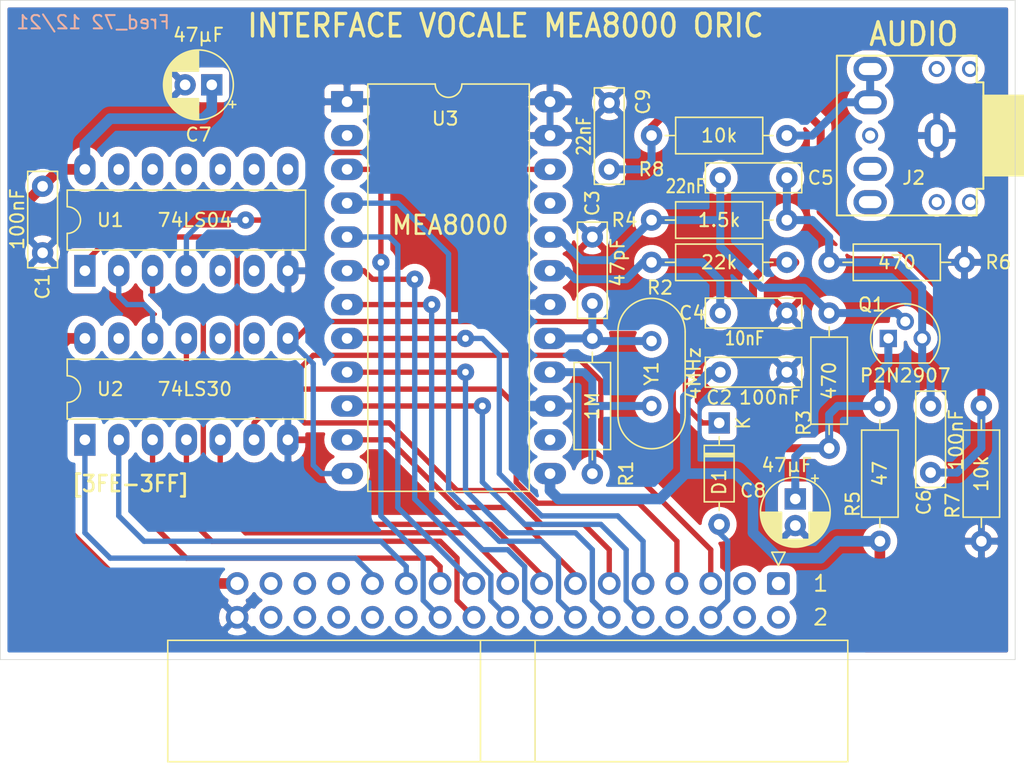
<source format=kicad_pcb>
(kicad_pcb (version 20171130) (host pcbnew "(5.1.10)-1")
  (title_block (title "INTERFACE VOCALE MEA8000 ORIC") (rev 1.0))
  (layers (0 F.Cu signal) (31 B.Cu signal) (34 B.Paste user) (35 F.Paste user) (36 B.SilkS user) (37 F.SilkS user) (38 B.Mask user) (39 F.Mask user) (44 Edge.Cuts user))
  (net 0 "")
  (net 1 GND)
  (net 2 VCC)
  (net 3 /~RESET)
  (net 4 /D0)
  (net 5 /D1)
  (net 6 /D2)
  (net 7 /D3)
  (net 8 /D4)
  (net 9 /D5)
  (net 10 /D6)
  (net 11 /D7)
  (net 12 /A0)
  (net 13 /A1)
  (net 14 /A2)
  (net 15 /A3)
  (net 16 /A4)
  (net 17 /A5)
  (net 18 /A6)
  (net 19 /A7)
  (net 20 /A8)
  (net 21 /A9)
  (net 22 /A10)
  (net 23 /A11)
  (net 24 /A12)
  (net 25 /A13)
  (net 26 /A14)
  (net 27 /A15)
  (net 28 "Net-(C3-Pad2)")
  (net 29 "Net-(U1-Pad2)")
  (net 30 "Net-(J2-PadRN)")
  (net 31 "Net-(J2-PadR)")
  (net 32 "Net-(J2-PadT)")
  (net 33 "Net-(C4-Pad2)")
  (net 34 "Net-(C5-Pad2)")
  (net 35 "Net-(C5-Pad1)")
  (net 36 "Net-(C6-Pad2)")
  (net 37 "Net-(C8-Pad1)")
  (net 38 /~IOCTRL)
  (net 39 "Net-(D1-Pad1)")
  (net 40 /~IRQ)
  (net 41 /~ROMDIS)
  (net 42 /R_~W)
  (net 43 /~IO)
  (net 44 /PHI2)
  (net 45 /~MAP)
  (net 46 "Net-(R1-Pad1)")
  (net 47 "Net-(U1-Pad4)")
  (net 48 "Net-(U3-Pad21)")
  (net 49 "Net-(U3-Pad14)")
  (net 50 "Net-(U3-Pad2)")
  (module Package_DIP:DIP-24_W15.24mm_LongPads (layer F.Cu) (at 140.335 59.69)
    (fp_text reference U3 (at 7.366 1.27) (layer F.SilkS))
    (fp_text value MEA8000 (at 7.747 9.271) (layer F.SilkS) (effects (font (size 1.4 1.3) (thickness 0.2))))
    (pad 24 thru_hole oval (at 15.24 0) (size 2.4 1.6) (drill 0.8) (layers *.Cu *.Mask) (net 1 GND))
    (pad 12 thru_hole oval (at 0 27.94) (size 2.4 1.6) (drill 0.8) (layers *.Cu *.Mask) (net 39 "Net-(D1-Pad1)"))
    (pad 23 thru_hole oval (at 15.24 2.54) (size 2.4 1.6) (drill 0.8) (layers *.Cu *.Mask) (net 1 GND))
    (pad 11 thru_hole oval (at 0 25.4) (size 2.4 1.6) (drill 0.8) (layers *.Cu *.Mask) (net 12 /A0))
    (pad 22 thru_hole oval (at 15.24 5.08) (size 2.4 1.6) (drill 0.8) (layers *.Cu *.Mask) (net 47 "Net-(U1-Pad4)"))
    (pad 10 thru_hole oval (at 0 22.86) (size 2.4 1.6) (drill 0.8) (layers *.Cu *.Mask) (net 4 /D0))
    (pad 21 thru_hole oval (at 15.24 7.62) (size 2.4 1.6) (drill 0.8) (layers *.Cu *.Mask) (net 48 "Net-(U3-Pad21)"))
    (pad 9 thru_hole oval (at 0 20.32) (size 2.4 1.6) (drill 0.8) (layers *.Cu *.Mask) (net 5 /D1))
    (pad 20 thru_hole oval (at 15.24 10.16) (size 2.4 1.6) (drill 0.8) (layers *.Cu *.Mask) (net 34 "Net-(C5-Pad2)"))
    (pad 8 thru_hole oval (at 0 17.78) (size 2.4 1.6) (drill 0.8) (layers *.Cu *.Mask) (net 6 /D2))
    (pad 19 thru_hole oval (at 15.24 12.7) (size 2.4 1.6) (drill 0.8) (layers *.Cu *.Mask) (net 33 "Net-(C4-Pad2)"))
    (pad 7 thru_hole oval (at 0 15.24) (size 2.4 1.6) (drill 0.8) (layers *.Cu *.Mask) (net 7 /D3))
    (pad 18 thru_hole oval (at 15.24 15.24) (size 2.4 1.6) (drill 0.8) (layers *.Cu *.Mask) (net 1 GND))
    (pad 6 thru_hole oval (at 0 12.7) (size 2.4 1.6) (drill 0.8) (layers *.Cu *.Mask) (net 8 /D4))
    (pad 17 thru_hole oval (at 15.24 17.78) (size 2.4 1.6) (drill 0.8) (layers *.Cu *.Mask) (net 28 "Net-(C3-Pad2)"))
    (pad 5 thru_hole oval (at 0 10.16) (size 2.4 1.6) (drill 0.8) (layers *.Cu *.Mask) (net 9 /D5))
    (pad 16 thru_hole oval (at 15.24 20.32) (size 2.4 1.6) (drill 0.8) (layers *.Cu *.Mask) (net 46 "Net-(R1-Pad1)"))
    (pad 4 thru_hole oval (at 0 7.62) (size 2.4 1.6) (drill 0.8) (layers *.Cu *.Mask) (net 10 /D6))
    (pad 15 thru_hole oval (at 15.24 22.86) (size 2.4 1.6) (drill 0.8) (layers *.Cu *.Mask) (net 1 GND))
    (pad 3 thru_hole oval (at 0 5.08) (size 2.4 1.6) (drill 0.8) (layers *.Cu *.Mask) (net 11 /D7))
    (pad 14 thru_hole oval (at 15.24 25.4) (size 2.4 1.6) (drill 0.8) (layers *.Cu *.Mask) (net 49 "Net-(U3-Pad14)"))
    (pad 2 thru_hole oval (at 0 2.54) (size 2.4 1.6) (drill 0.8) (layers *.Cu *.Mask) (net 50 "Net-(U3-Pad2)"))
    (pad 13 thru_hole oval (at 15.24 27.94) (size 2.4 1.6) (drill 0.8) (layers *.Cu *.Mask) (net 2 VCC))
    (pad 1 thru_hole rect (at 0 0) (size 2.4 1.6) (drill 0.8) (layers *.Cu *.Mask) (net 1 GND))
  )
  (module Crystal:Crystal_HC49-U_Vertical (layer F.Cu) (at 163.195 82.55 90)
    (fp_text reference Y1 (at 2.44 0 90) (layer F.SilkS))
    (fp_text value 4MHz (at 2.44 3.175 90) (layer F.SilkS))
    (pad 2 thru_hole circle (at 4.88 0 90) (size 1.5 1.5) (drill 0.8) (layers *.Cu *.Mask) (net 28 "Net-(C3-Pad2)"))
    (pad 1 thru_hole circle (at 0 0 90) (size 1.5 1.5) (drill 0.8) (layers *.Cu *.Mask) (net 46 "Net-(R1-Pad1)"))
  )
  (module Package_DIP:DIP-14_W7.62mm_LongPads (layer F.Cu) (at 120.65 72.39 90)
    (fp_text reference U1 (at 3.81 1.905 180) (layer F.SilkS))
    (fp_text value 74LS04 (at 3.81 8.255 180) (layer F.SilkS))
    (pad 14 thru_hole oval (at 7.62 0 90) (size 2.4 1.6) (drill 0.8) (layers *.Cu *.Mask) (net 2 VCC))
    (pad 7 thru_hole oval (at 0 15.24 90) (size 2.4 1.6) (drill 0.8) (layers *.Cu *.Mask) (net 1 GND))
    (pad 13 thru_hole oval (at 7.62 2.54 90) (size 2.4 1.6) (drill 0.8) (layers *.Cu *.Mask))
    (pad 6 thru_hole oval (at 0 12.7 90) (size 2.4 1.6) (drill 0.8) (layers *.Cu *.Mask))
    (pad 12 thru_hole oval (at 7.62 5.08 90) (size 2.4 1.6) (drill 0.8) (layers *.Cu *.Mask))
    (pad 5 thru_hole oval (at 0 10.16 90) (size 2.4 1.6) (drill 0.8) (layers *.Cu *.Mask))
    (pad 11 thru_hole oval (at 7.62 7.62 90) (size 2.4 1.6) (drill 0.8) (layers *.Cu *.Mask))
    (pad 4 thru_hole oval (at 0 7.62 90) (size 2.4 1.6) (drill 0.8) (layers *.Cu *.Mask) (net 47 "Net-(U1-Pad4)"))
    (pad 10 thru_hole oval (at 7.62 10.16 90) (size 2.4 1.6) (drill 0.8) (layers *.Cu *.Mask))
    (pad 3 thru_hole oval (at 0 5.08 90) (size 2.4 1.6) (drill 0.8) (layers *.Cu *.Mask) (net 42 /R_~W))
    (pad 9 thru_hole oval (at 7.62 12.7 90) (size 2.4 1.6) (drill 0.8) (layers *.Cu *.Mask))
    (pad 2 thru_hole oval (at 0 2.54 90) (size 2.4 1.6) (drill 0.8) (layers *.Cu *.Mask) (net 29 "Net-(U1-Pad2)"))
    (pad 8 thru_hole oval (at 7.62 15.24 90) (size 2.4 1.6) (drill 0.8) (layers *.Cu *.Mask))
    (pad 1 thru_hole rect (at 0 0 90) (size 2.4 1.6) (drill 0.8) (layers *.Cu *.Mask) (net 43 /~IO))
  )
  (module Resistor_THT:R_Axial_DIN0207_L6.3mm_D2.5mm_P10.16mm_Horizontal (layer F.Cu) (at 158.75 87.63 90)
    (fp_text reference R1 (at 0 2.54 90) (layer F.SilkS))
    (fp_text value 1M (at 5.08 0 90) (layer F.SilkS))
    (pad 2 thru_hole oval (at 10.16 0 90) (size 1.6 1.6) (drill 0.8) (layers *.Cu *.Mask) (net 28 "Net-(C3-Pad2)"))
    (pad 1 thru_hole circle (at 0 0 90) (size 1.6 1.6) (drill 0.8) (layers *.Cu *.Mask) (net 46 "Net-(R1-Pad1)"))
  )
  (module Connector_IDC:IDC-Header_2x17_P2.54mm_Horizontal (layer F.Cu) (at 172.72 95.885 270)
    (fp_text reference J1 hide)
    (fp_text value SLOT1)
    (pad 34 thru_hole circle (at 2.54 40.64 270) (size 1.7 1.7) (drill 1) (layers *.Cu *.Mask) (net 1 GND))
    (pad 32 thru_hole circle (at 2.54 38.1 270) (size 1.7 1.7) (drill 1) (layers *.Cu *.Mask) (net 23 /A11))
    (pad 30 thru_hole circle (at 2.54 35.56 270) (size 1.7 1.7) (drill 1) (layers *.Cu *.Mask) (net 24 /A12))
    (pad 28 thru_hole circle (at 2.54 33.02 270) (size 1.7 1.7) (drill 1) (layers *.Cu *.Mask) (net 25 /A13))
    (pad 26 thru_hole circle (at 2.54 30.48 270) (size 1.7 1.7) (drill 1) (layers *.Cu *.Mask) (net 26 /A14))
    (pad 24 thru_hole circle (at 2.54 27.94 270) (size 1.7 1.7) (drill 1) (layers *.Cu *.Mask) (net 27 /A15))
    (pad 22 thru_hole circle (at 2.54 25.4 270) (size 1.7 1.7) (drill 1) (layers *.Cu *.Mask) (net 11 /D7))
    (pad 20 thru_hole circle (at 2.54 22.86 270) (size 1.7 1.7) (drill 1) (layers *.Cu *.Mask) (net 16 /A4))
    (pad 18 thru_hole circle (at 2.54 20.32 270) (size 1.7 1.7) (drill 1) (layers *.Cu *.Mask) (net 8 /D4))
    (pad 16 thru_hole circle (at 2.54 17.78 270) (size 1.7 1.7) (drill 1) (layers *.Cu *.Mask) (net 7 /D3))
    (pad 14 thru_hole circle (at 2.54 15.24 270) (size 1.7 1.7) (drill 1) (layers *.Cu *.Mask) (net 10 /D6))
    (pad 12 thru_hole circle (at 2.54 12.7 270) (size 1.7 1.7) (drill 1) (layers *.Cu *.Mask) (net 5 /D1))
    (pad 10 thru_hole circle (at 2.54 10.16 270) (size 1.7 1.7) (drill 1) (layers *.Cu *.Mask) (net 4 /D0))
    (pad 8 thru_hole circle (at 2.54 7.62 270) (size 1.7 1.7) (drill 1) (layers *.Cu *.Mask) (net 40 /~IRQ))
    (pad 6 thru_hole circle (at 2.54 5.08 270) (size 1.7 1.7) (drill 1) (layers *.Cu *.Mask) (net 38 /~IOCTRL))
    (pad 4 thru_hole circle (at 2.54 2.54 270) (size 1.7 1.7) (drill 1) (layers *.Cu *.Mask) (net 3 /~RESET))
    (pad 2 thru_hole circle (at 2.54 0 270) (size 1.7 1.7) (drill 1) (layers *.Cu *.Mask) (net 41 /~ROMDIS))
    (pad 33 thru_hole circle (at 0 40.64 270) (size 1.7 1.7) (drill 1) (layers *.Cu *.Mask) (net 2 VCC))
    (pad 31 thru_hole circle (at 0 38.1 270) (size 1.7 1.7) (drill 1) (layers *.Cu *.Mask) (net 22 /A10))
    (pad 29 thru_hole circle (at 0 35.56 270) (size 1.7 1.7) (drill 1) (layers *.Cu *.Mask) (net 21 /A9))
    (pad 27 thru_hole circle (at 0 33.02 270) (size 1.7 1.7) (drill 1) (layers *.Cu *.Mask) (net 20 /A8))
    (pad 25 thru_hole circle (at 0 30.48 270) (size 1.7 1.7) (drill 1) (layers *.Cu *.Mask) (net 19 /A7))
    (pad 23 thru_hole circle (at 0 27.94 270) (size 1.7 1.7) (drill 1) (layers *.Cu *.Mask) (net 18 /A6))
    (pad 21 thru_hole circle (at 0 25.4 270) (size 1.7 1.7) (drill 1) (layers *.Cu *.Mask) (net 17 /A5))
    (pad 19 thru_hole circle (at 0 22.86 270) (size 1.7 1.7) (drill 1) (layers *.Cu *.Mask) (net 9 /D5))
    (pad 17 thru_hole circle (at 0 20.32 270) (size 1.7 1.7) (drill 1) (layers *.Cu *.Mask) (net 14 /A2))
    (pad 15 thru_hole circle (at 0 17.78 270) (size 1.7 1.7) (drill 1) (layers *.Cu *.Mask) (net 13 /A1))
    (pad 13 thru_hole circle (at 0 15.24 270) (size 1.7 1.7) (drill 1) (layers *.Cu *.Mask) (net 12 /A0))
    (pad 11 thru_hole circle (at 0 12.7 270) (size 1.7 1.7) (drill 1) (layers *.Cu *.Mask) (net 15 /A3))
    (pad 9 thru_hole circle (at 0 10.16 270) (size 1.7 1.7) (drill 1) (layers *.Cu *.Mask) (net 6 /D2))
    (pad 7 thru_hole circle (at 0 7.62 270) (size 1.7 1.7) (drill 1) (layers *.Cu *.Mask) (net 42 /R_~W))
    (pad 5 thru_hole circle (at 0 5.08 270) (size 1.7 1.7) (drill 1) (layers *.Cu *.Mask) (net 43 /~IO))
    (pad 3 thru_hole circle (at 0 2.54 270) (size 1.7 1.7) (drill 1) (layers *.Cu *.Mask) (net 44 /PHI2))
    (pad 1 thru_hole roundrect (at 0 0 270) (size 1.7 1.7) (drill 1) (layers *.Cu *.Mask) (roundrect_rratio 0.1470588235294118) (net 45 /~MAP))
  )
  (module Diode_THT:D_DO-35_SOD27_P7.62mm_Horizontal (layer F.Cu) (at 168.275 83.82 270)
    (fp_text reference D1 (at 4.445 0 90) (layer F.SilkS))
    (fp_text value 1N4148)
    (fp_text user K (at 0 -1.8 90) (layer F.SilkS))
    (pad 2 thru_hole oval (at 7.62 0 270) (size 1.6 1.6) (drill 0.8) (layers *.Cu *.Mask) (net 38 /~IOCTRL))
    (pad 1 thru_hole rect (at 0 0 270) (size 1.6 1.6) (drill 0.8) (layers *.Cu *.Mask) (net 39 "Net-(D1-Pad1)"))
  )
  (module Capacitor_THT:C_Rect_L7.0mm_W2.0mm_P5.00mm (layer F.Cu) (at 158.75 69.85 270)
    (fp_text reference C3 (at -2.54 0 90) (layer F.SilkS))
    (fp_text value 47pF (at 1.905 -1.905 90) (layer F.SilkS))
    (pad 2 thru_hole circle (at 5 0 270) (size 1.6 1.6) (drill 0.8) (layers *.Cu *.Mask) (net 28 "Net-(C3-Pad2)"))
    (pad 1 thru_hole circle (at 0 0 270) (size 1.6 1.6) (drill 0.8) (layers *.Cu *.Mask) (net 1 GND))
  )
  (module Connector_Audio:Jack_3.5mm_PJ-307_Horizontal (layer F.Cu) (at 181.61 62.23 180)
    (fp_text reference J2 (at -1.27 -3.175) (layer F.SilkS))
    (fp_text value AUDIO (at -1.27 7.62 180) (layer F.SilkS) (effects (font (size 1.7 1.5) (thickness 0.25))))
    (pad "" np_thru_hole circle (at -3 -5 180) (size 1.2 1.2) (drill 0.762) (layers *.Cu *.Mask))
    (pad "" np_thru_hole circle (at -3 5 180) (size 1.2 1.2) (drill 0.762) (layers *.Cu *.Mask))
    (pad "" np_thru_hole circle (at -5.5 5 180) (size 1.2 1.2) (drill 0.762) (layers *.Cu *.Mask))
    (pad "" np_thru_hole circle (at -5.5 -5 180) (size 1.2 1.2) (drill 0.762) (layers *.Cu *.Mask))
    (pad "" np_thru_hole circle (at 2 0 180) (size 1.2 1.2) (drill 0.762) (layers *.Cu *.Mask))
    (pad RN thru_hole oval (at 2 -2.5 180) (size 2.5 1.8) (drill oval 1.7 0.9) (layers *.Cu *.Mask) (net 30 "Net-(J2-PadRN)"))
    (pad R thru_hole oval (at 2 -5 180) (size 2.5 1.8) (drill oval 1.7 0.9) (layers *.Cu *.Mask) (net 31 "Net-(J2-PadR)"))
    (pad TN thru_hole oval (at 2 2.5 180) (size 2.5 1.8) (drill oval 1.7 0.9) (layers *.Cu *.Mask) (net 32 "Net-(J2-PadT)"))
    (pad T thru_hole oval (at 2 5 180) (size 2.5 1.8) (drill oval 1.7 0.9) (layers *.Cu *.Mask) (net 32 "Net-(J2-PadT)"))
    (pad S thru_hole oval (at -3 0 270) (size 2.5 1.8) (drill oval 1.7 0.9) (layers *.Cu *.Mask) (net 1 GND))
  )
  (module Capacitor_THT:C_Rect_L7.0mm_W2.0mm_P5.00mm (layer F.Cu) (at 173.355 80.01 180)
    (fp_text reference C2 (at 5.08 -1.905) (layer F.SilkS))
    (fp_text value 100nF (at 1.27 -1.905) (layer F.SilkS))
    (pad 2 thru_hole circle (at 5 0 180) (size 1.6 1.6) (drill 0.8) (layers *.Cu *.Mask) (net 2 VCC))
    (pad 1 thru_hole circle (at 0 0 180) (size 1.6 1.6) (drill 0.8) (layers *.Cu *.Mask) (net 1 GND))
  )
  (module Capacitor_THT:C_Rect_L7.0mm_W2.0mm_P5.00mm (layer F.Cu) (at 117.475 71.04 90)
    (fp_text reference C1 (at -2.54 0 90) (layer F.SilkS))
    (fp_text value 100nF (at 2.54 -1.905 90) (layer F.SilkS))
    (pad 2 thru_hole circle (at 5 0 90) (size 1.6 1.6) (drill 0.8) (layers *.Cu *.Mask) (net 2 VCC))
    (pad 1 thru_hole circle (at 0 0 90) (size 1.6 1.6) (drill 0.8) (layers *.Cu *.Mask) (net 1 GND))
  )
  (module Package_TO_SOT_THT:TO-92 (layer F.Cu) (at 180.975 77.47)
    (fp_text reference Q1 (at -1.27 -2.54) (layer F.SilkS))
    (fp_text value P2N2907 (at 1.27 2.79) (layer F.SilkS))
    (pad 1 thru_hole rect (at 0 0) (size 1.3 1.3) (drill 0.75) (layers *.Cu *.Mask) (net 37 "Net-(C8-Pad1)"))
    (pad 3 thru_hole circle (at 2.54 0) (size 1.3 1.3) (drill 0.75) (layers *.Cu *.Mask) (net 35 "Net-(C5-Pad1)"))
    (pad 2 thru_hole circle (at 1.27 -1.27) (size 1.3 1.3) (drill 0.75) (layers *.Cu *.Mask) (net 34 "Net-(C5-Pad2)"))
  )
  (module Package_DIP:DIP-14_W7.62mm_LongPads (layer F.Cu) (at 120.65 85.09 90)
    (fp_text reference U2 (at 3.81 1.905 180) (layer F.SilkS))
    (fp_text value 74LS30 (at 3.81 8.255 180) (layer F.SilkS))
    (pad 14 thru_hole oval (at 7.62 0 90) (size 2.4 1.6) (drill 0.8) (layers *.Cu *.Mask) (net 2 VCC))
    (pad 7 thru_hole oval (at 0 15.24 90) (size 2.4 1.6) (drill 0.8) (layers *.Cu *.Mask) (net 1 GND))
    (pad 13 thru_hole oval (at 7.62 2.54 90) (size 2.4 1.6) (drill 0.8) (layers *.Cu *.Mask))
    (pad 6 thru_hole oval (at 0 12.7 90) (size 2.4 1.6) (drill 0.8) (layers *.Cu *.Mask) (net 15 /A3))
    (pad 12 thru_hole oval (at 7.62 5.08 90) (size 2.4 1.6) (drill 0.8) (layers *.Cu *.Mask) (net 29 "Net-(U1-Pad2)"))
    (pad 5 thru_hole oval (at 0 10.16 90) (size 2.4 1.6) (drill 0.8) (layers *.Cu *.Mask) (net 13 /A1))
    (pad 11 thru_hole oval (at 7.62 7.62 90) (size 2.4 1.6) (drill 0.8) (layers *.Cu *.Mask) (net 14 /A2))
    (pad 4 thru_hole oval (at 0 7.62 90) (size 2.4 1.6) (drill 0.8) (layers *.Cu *.Mask) (net 16 /A4))
    (pad 10 thru_hole oval (at 7.62 10.16 90) (size 2.4 1.6) (drill 0.8) (layers *.Cu *.Mask))
    (pad 3 thru_hole oval (at 0 5.08 90) (size 2.4 1.6) (drill 0.8) (layers *.Cu *.Mask) (net 17 /A5))
    (pad 9 thru_hole oval (at 7.62 12.7 90) (size 2.4 1.6) (drill 0.8) (layers *.Cu *.Mask))
    (pad 2 thru_hole oval (at 0 2.54 90) (size 2.4 1.6) (drill 0.8) (layers *.Cu *.Mask) (net 18 /A6))
    (pad 8 thru_hole oval (at 7.62 15.24 90) (size 2.4 1.6) (drill 0.8) (layers *.Cu *.Mask) (net 39 "Net-(D1-Pad1)"))
    (pad 1 thru_hole rect (at 0 0 90) (size 2.4 1.6) (drill 0.8) (layers *.Cu *.Mask) (net 19 /A7))
  )
  (module Resistor_THT:R_Axial_DIN0207_L6.3mm_D2.5mm_P10.16mm_Horizontal (layer F.Cu) (at 176.53 71.755)
    (fp_text reference R6 (at 12.7 0) (layer F.SilkS))
    (fp_text value 470 (at 5.08 0) (layer F.SilkS))
    (pad 2 thru_hole oval (at 10.16 0) (size 1.6 1.6) (drill 0.8) (layers *.Cu *.Mask) (net 1 GND))
    (pad 1 thru_hole circle (at 0 0) (size 1.6 1.6) (drill 0.8) (layers *.Cu *.Mask) (net 35 "Net-(C5-Pad1)"))
  )
  (module Resistor_THT:R_Axial_DIN0207_L6.3mm_D2.5mm_P10.16mm_Horizontal (layer F.Cu) (at 173.355 62.23 180)
    (fp_text reference R8 (at 10.16 -2.54) (layer F.SilkS))
    (fp_text value 10k (at 5.08 0) (layer F.SilkS))
    (pad 2 thru_hole oval (at 10.16 0 180) (size 1.6 1.6) (drill 0.8) (layers *.Cu *.Mask) (net 36 "Net-(C6-Pad2)"))
    (pad 1 thru_hole circle (at 0 0 180) (size 1.6 1.6) (drill 0.8) (layers *.Cu *.Mask) (net 32 "Net-(J2-PadT)"))
  )
  (module Resistor_THT:R_Axial_DIN0207_L6.3mm_D2.5mm_P10.16mm_Horizontal (layer F.Cu) (at 187.96 82.55 270)
    (fp_text reference R7 (at 7.493 2.159 90) (layer F.SilkS))
    (fp_text value 10k (at 5.08 0 90) (layer F.SilkS))
    (pad 2 thru_hole oval (at 10.16 0 270) (size 1.6 1.6) (drill 0.8) (layers *.Cu *.Mask) (net 1 GND))
    (pad 1 thru_hole circle (at 0 0 270) (size 1.6 1.6) (drill 0.8) (layers *.Cu *.Mask) (net 36 "Net-(C6-Pad2)"))
  )
  (module Resistor_THT:R_Axial_DIN0207_L6.3mm_D2.5mm_P10.16mm_Horizontal (layer F.Cu) (at 163.195 68.58)
    (fp_text reference R4 (at -2.032 0) (layer F.SilkS))
    (fp_text value 1.5k (at 5.08 0) (layer F.SilkS))
    (pad 2 thru_hole oval (at 10.16 0) (size 1.6 1.6) (drill 0.8) (layers *.Cu *.Mask) (net 35 "Net-(C5-Pad1)"))
    (pad 1 thru_hole circle (at 0 0) (size 1.6 1.6) (drill 0.8) (layers *.Cu *.Mask) (net 34 "Net-(C5-Pad2)"))
  )
  (module Resistor_THT:R_Axial_DIN0207_L6.3mm_D2.5mm_P10.16mm_Horizontal (layer F.Cu) (at 176.53 85.725 90)
    (fp_text reference R3 (at 1.905 -1.905 90) (layer F.SilkS))
    (fp_text value 470 (at 5.08 0 90) (layer F.SilkS))
    (pad 2 thru_hole oval (at 10.16 0 90) (size 1.6 1.6) (drill 0.8) (layers *.Cu *.Mask) (net 34 "Net-(C5-Pad2)"))
    (pad 1 thru_hole circle (at 0 0 90) (size 1.6 1.6) (drill 0.8) (layers *.Cu *.Mask) (net 37 "Net-(C8-Pad1)"))
  )
  (module Resistor_THT:R_Axial_DIN0207_L6.3mm_D2.5mm_P10.16mm_Horizontal (layer F.Cu) (at 173.355 71.755 180)
    (fp_text reference R2 (at 9.525 -1.905) (layer F.SilkS))
    (fp_text value 22k (at 5.08 0) (layer F.SilkS))
    (pad 2 thru_hole oval (at 10.16 0 180) (size 1.6 1.6) (drill 0.8) (layers *.Cu *.Mask) (net 33 "Net-(C4-Pad2)"))
    (pad 1 thru_hole circle (at 0 0 180) (size 1.6 1.6) (drill 0.8) (layers *.Cu *.Mask) (net 37 "Net-(C8-Pad1)"))
  )
  (module Resistor_THT:R_Axial_DIN0207_L6.3mm_D2.5mm_P10.16mm_Horizontal (layer F.Cu) (at 180.34 92.71 90)
    (fp_text reference R5 (at 2.794 -2.032 90) (layer F.SilkS))
    (fp_text value 47 (at 5.08 0 90) (layer F.SilkS))
    (pad 2 thru_hole oval (at 10.16 0 90) (size 1.6 1.6) (drill 0.8) (layers *.Cu *.Mask) (net 37 "Net-(C8-Pad1)"))
    (pad 1 thru_hole circle (at 0 0 90) (size 1.6 1.6) (drill 0.8) (layers *.Cu *.Mask) (net 2 VCC))
  )
  (module Capacitor_THT:CP_Radial_D5.0mm_P2.00mm (layer F.Cu) (at 173.99 89.535 270)
    (fp_text reference C8 (at -0.635 3.175 180) (layer F.SilkS))
    (fp_text value 47µF (at -2.54 0.635 180) (layer F.SilkS))
    (pad 2 thru_hole circle (at 2 0 270) (size 1.6 1.6) (drill 0.8) (layers *.Cu *.Mask) (net 1 GND))
    (pad 1 thru_hole rect (at 0 0 270) (size 1.6 1.6) (drill 0.8) (layers *.Cu *.Mask) (net 37 "Net-(C8-Pad1)"))
  )
  (module Capacitor_THT:C_Rect_L7.0mm_W2.0mm_P5.00mm (layer F.Cu) (at 184.15 82.55 270)
    (fp_text reference C6 (at 7.239 0.508 90) (layer F.SilkS))
    (fp_text value 100nF (at 2.54 -1.905 90) (layer F.SilkS))
    (pad 2 thru_hole circle (at 5 0 270) (size 1.6 1.6) (drill 0.8) (layers *.Cu *.Mask) (net 36 "Net-(C6-Pad2)"))
    (pad 1 thru_hole circle (at 0 0 270) (size 1.6 1.6) (drill 0.8) (layers *.Cu *.Mask) (net 35 "Net-(C5-Pad1)"))
  )
  (module Capacitor_THT:C_Rect_L7.0mm_W2.0mm_P5.00mm (layer F.Cu) (at 160.02 59.77 270)
    (fp_text reference C9 (at -0.08 -2.54 90) (layer F.SilkS))
    (fp_text value 22nF (at 2.5 1.905 90) (layer F.SilkS) (effects (font (size 1 0.8))))
    (pad 2 thru_hole circle (at 5 0 270) (size 1.6 1.6) (drill 0.8) (layers *.Cu *.Mask) (net 36 "Net-(C6-Pad2)"))
    (pad 1 thru_hole circle (at 0 0 270) (size 1.6 1.6) (drill 0.8) (layers *.Cu *.Mask) (net 1 GND))
  )
  (module Capacitor_THT:C_Rect_L7.0mm_W2.0mm_P5.00mm (layer F.Cu) (at 173.355 65.405 180)
    (fp_text reference C5 (at -2.54 0) (layer F.SilkS))
    (fp_text value 22nF (at 7.62 -0.635) (layer F.SilkS) (effects (font (size 1 0.8))))
    (pad 2 thru_hole circle (at 5 0 180) (size 1.6 1.6) (drill 0.8) (layers *.Cu *.Mask) (net 34 "Net-(C5-Pad2)"))
    (pad 1 thru_hole circle (at 0 0 180) (size 1.6 1.6) (drill 0.8) (layers *.Cu *.Mask) (net 35 "Net-(C5-Pad1)"))
  )
  (module Capacitor_THT:C_Rect_L7.0mm_W2.0mm_P5.00mm (layer F.Cu) (at 173.355 75.565 180)
    (fp_text reference C4 (at 7.112 0) (layer F.SilkS))
    (fp_text value 10nF (at 3.175 -1.905) (layer F.SilkS) (effects (font (size 1 0.8))))
    (pad 2 thru_hole circle (at 5 0 180) (size 1.6 1.6) (drill 0.8) (layers *.Cu *.Mask) (net 33 "Net-(C4-Pad2)"))
    (pad 1 thru_hole circle (at 0 0 180) (size 1.6 1.6) (drill 0.8) (layers *.Cu *.Mask) (net 1 GND))
  )
  (module Capacitor_THT:CP_Radial_D5.0mm_P2.00mm (layer F.Cu) (at 130.175 58.42 180)
    (fp_text reference C7 (at 1 -3.75) (layer F.SilkS))
    (fp_text value 47µF (at 1 3.75) (layer F.SilkS))
    (pad 2 thru_hole circle (at 2 0 180) (size 1.6 1.6) (drill 0.8) (layers *.Cu *.Mask) (net 1 GND))
    (pad 1 thru_hole rect (at 0 0 180) (size 1.6 1.6) (drill 0.8) (layers *.Cu *.Mask) (net 2 VCC))
  )
  (gr_line (start 190.5 52.07) (end 114.3 52.07) (layer Edge.Cuts) (width 0.05))
  (gr_line (start 114.3 101.6) (end 190.5 101.6) (layer Edge.Cuts) (width 0.05))
  (gr_line (start 114.3 52.07) (end 114.3 101.6) (layer Edge.Cuts) (width 0.05))
  (gr_text "Fred_72 12/21" (at 127.127 53.721) (layer B.SilkS) (effects (font (size 1 1)) (justify left mirror)))
  (gr_text "INTERFACE VOCALE MEA8000 ORIC" (at 132.715 53.975) (layer F.SilkS) (effects (font (size 1.7 1.5) (thickness 0.25)) (justify left)))
  (gr_text 2 (at 175.895 98.425) (layer F.SilkS) (effects (font (size 1.2 1.2))))
  (gr_text 1 (at 175.895 95.885) (layer F.SilkS) (effects (font (size 1.2 1.2))))
  (gr_text [3FE-3FF] (at 124.079 88.392) (layer F.SilkS) (effects (font (size 1.2 1.1) (thickness 0.2))))
  (gr_line (start 190.5 101.6) (end 190.5 52.07) (layer Edge.Cuts) (width 0.05))
  (segment (start 155.575 74.93) (end 153.67 74.93) (width 0.8) (layer B.Cu) (net 1))
  (segment (start 153.67 74.93) (end 153.035 75.565) (width 0.8) (layer B.Cu) (net 1))
  (segment (start 153.035 75.565) (end 153.035 81.915) (width 0.8) (layer B.Cu) (net 1))
  (segment (start 153.67 82.55) (end 155.575 82.55) (width 0.8) (layer B.Cu) (net 1))
  (segment (start 153.035 81.915) (end 153.67 82.55) (width 0.8) (layer B.Cu) (net 1))
  (segment (start 120.65 62.865) (end 120.65 64.77) (width 0.8) (layer B.Cu) (net 2))
  (segment (start 122.555 60.96) (end 120.65 62.865) (width 0.8) (layer B.Cu) (net 2))
  (segment (start 130.175 60.325) (end 129.54 60.96) (width 0.8) (layer B.Cu) (net 2))
  (segment (start 129.54 60.96) (end 122.555 60.96) (width 0.8) (layer B.Cu) (net 2))
  (segment (start 130.175 58.42) (end 130.175 60.325) (width 0.8) (layer B.Cu) (net 2))
  (segment (start 123.19 95.885) (end 117.475 90.17) (width 0.8) (layer F.Cu) (net 2))
  (segment (start 117.475 90.17) (end 117.475 79.375) (width 0.8) (layer F.Cu) (net 2))
  (segment (start 119.38 77.47) (end 120.65 77.47) (width 0.8) (layer F.Cu) (net 2))
  (segment (start 117.475 79.375) (end 119.38 77.47) (width 0.8) (layer F.Cu) (net 2))
  (segment (start 118.745 64.77) (end 117.475 66.04) (width 0.8) (layer F.Cu) (net 2))
  (segment (start 120.65 64.77) (end 118.745 64.77) (width 0.8) (layer F.Cu) (net 2))
  (segment (start 115.57 77.47) (end 117.475 79.375) (width 0.8) (layer F.Cu) (net 2))
  (segment (start 115.57 67.945) (end 115.57 77.47) (width 0.8) (layer F.Cu) (net 2))
  (segment (start 117.475 66.04) (end 115.57 67.945) (width 0.8) (layer F.Cu) (net 2))
  (segment (start 155.575 87.63) (end 155.575 88.9) (width 0.8) (layer B.Cu) (net 2))
  (segment (start 155.575 88.9) (end 156.21 89.535) (width 0.8) (layer B.Cu) (net 2))
  (segment (start 156.21 89.535) (end 163.83 89.535) (width 0.8) (layer B.Cu) (net 2))
  (segment (start 163.83 89.535) (end 165.735 87.63) (width 0.8) (layer B.Cu) (net 2))
  (segment (start 165.735 87.63) (end 165.735 81.915) (width 0.8) (layer B.Cu) (net 2))
  (segment (start 167.64 80.01) (end 168.355 80.01) (width 0.8) (layer B.Cu) (net 2))
  (segment (start 165.735 81.915) (end 167.64 80.01) (width 0.8) (layer B.Cu) (net 2))
  (segment (start 180.34 92.71) (end 177.165 92.71) (width 0.8) (layer B.Cu) (net 2))
  (segment (start 177.165 92.71) (end 175.895 93.98) (width 0.8) (layer B.Cu) (net 2))
  (segment (start 175.895 93.98) (end 172.72 93.98) (width 0.8) (layer B.Cu) (net 2))
  (segment (start 172.72 93.98) (end 170.815 92.075) (width 0.8) (layer B.Cu) (net 2))
  (segment (start 170.815 92.075) (end 170.815 88.9) (width 0.8) (layer B.Cu) (net 2))
  (segment (start 169.545 87.63) (end 165.735 87.63) (width 0.8) (layer B.Cu) (net 2))
  (segment (start 170.815 88.9) (end 169.545 87.63) (width 0.8) (layer B.Cu) (net 2))
  (segment (start 132.08 95.885) (end 128.905 95.885) (width 0.8) (layer F.Cu) (net 2))
  (segment (start 128.905 95.885) (end 123.19 95.885) (width 0.8) (layer F.Cu) (net 2))
  (segment (start 180.34 92.71) (end 180.34 98.425) (width 0.8) (layer F.Cu) (net 2))
  (segment (start 180.34 98.425) (end 178.435 100.33) (width 0.8) (layer F.Cu) (net 2))
  (segment (start 178.435 100.33) (end 129.54 100.33) (width 0.8) (layer F.Cu) (net 2))
  (segment (start 128.905 99.695) (end 128.905 95.885) (width 0.8) (layer F.Cu) (net 2))
  (segment (start 129.54 100.33) (end 128.905 99.695) (width 0.8) (layer F.Cu) (net 2))
  (segment (start 150.495 82.55) (end 140.335 82.55) (width 0.4) (layer F.Cu) (net 4))
  (via (at 150.495 82.55) (size 1.3) (drill 0.5) (layers F.Cu B.Cu) (net 4))
  (segment (start 161.29 97.155) (end 162.56 98.425) (width 0.4) (layer B.Cu) (net 4))
  (segment (start 161.29 93.345) (end 161.29 97.155) (width 0.4) (layer B.Cu) (net 4))
  (segment (start 159.385 91.44) (end 161.29 93.345) (width 0.4) (layer B.Cu) (net 4))
  (segment (start 153.67 91.44) (end 159.385 91.44) (width 0.4) (layer B.Cu) (net 4))
  (segment (start 150.495 88.265) (end 153.67 91.44) (width 0.4) (layer B.Cu) (net 4))
  (segment (start 150.495 82.55) (end 150.495 88.265) (width 0.4) (layer B.Cu) (net 4))
  (segment (start 149.225 80.01) (end 140.335 80.01) (width 0.4) (layer F.Cu) (net 5))
  (via (at 149.225 80.01) (size 1.3) (drill 0.5) (layers F.Cu B.Cu) (net 5))
  (segment (start 149.225 80.01) (end 149.225 88.9) (width 0.4) (layer B.Cu) (net 5))
  (segment (start 152.4 92.075) (end 157.48 92.075) (width 0.4) (layer B.Cu) (net 5))
  (segment (start 149.225 88.9) (end 152.4 92.075) (width 0.4) (layer B.Cu) (net 5))
  (segment (start 157.48 92.075) (end 158.75 93.345) (width 0.4) (layer B.Cu) (net 5))
  (segment (start 158.75 97.155) (end 159.385 97.79) (width 0.4) (layer B.Cu) (net 5))
  (segment (start 158.75 93.345) (end 158.75 97.155) (width 0.4) (layer B.Cu) (net 5))
  (segment (start 159.385 97.79) (end 160.02 98.425) (width 0.4) (layer B.Cu) (net 5))
  (segment (start 149.225 77.47) (end 140.335 77.47) (width 0.4) (layer F.Cu) (net 6))
  (via (at 149.225 77.47) (size 1.3) (drill 0.5) (layers F.Cu B.Cu) (net 6))
  (segment (start 162.56 92.71) (end 162.56 95.885) (width 0.4) (layer B.Cu) (net 6))
  (segment (start 160.655 90.805) (end 162.56 92.71) (width 0.4) (layer B.Cu) (net 6))
  (segment (start 150.495 77.47) (end 151.765 78.74) (width 0.4) (layer B.Cu) (net 6))
  (segment (start 149.225 77.47) (end 150.495 77.47) (width 0.4) (layer B.Cu) (net 6))
  (segment (start 151.765 87.63) (end 154.94 90.805) (width 0.4) (layer B.Cu) (net 6))
  (segment (start 154.94 90.805) (end 160.655 90.805) (width 0.4) (layer B.Cu) (net 6))
  (segment (start 151.765 78.74) (end 151.765 87.63) (width 0.4) (layer B.Cu) (net 6))
  (segment (start 146.685 74.93) (end 140.335 74.93) (width 0.4) (layer F.Cu) (net 7))
  (via (at 146.685 74.93) (size 1.3) (drill 0.5) (layers F.Cu B.Cu) (net 7))
  (segment (start 153.67 97.155) (end 154.94 98.425) (width 0.4) (layer B.Cu) (net 7))
  (segment (start 153.67 94.615) (end 153.67 97.155) (width 0.4) (layer B.Cu) (net 7))
  (segment (start 152.4 93.345) (end 153.67 94.615) (width 0.4) (layer B.Cu) (net 7))
  (segment (start 150.495 93.345) (end 152.4 93.345) (width 0.4) (layer B.Cu) (net 7))
  (segment (start 146.685 89.535) (end 150.495 93.345) (width 0.4) (layer B.Cu) (net 7))
  (segment (start 146.685 74.93) (end 146.685 89.535) (width 0.4) (layer B.Cu) (net 7))
  (segment (start 142.24 73.025) (end 141.605 72.39) (width 0.4) (layer F.Cu) (net 8))
  (segment (start 145.415 73.025) (end 142.24 73.025) (width 0.4) (layer F.Cu) (net 8))
  (segment (start 141.605 72.39) (end 140.335 72.39) (width 0.4) (layer F.Cu) (net 8))
  (via (at 145.415 73.025) (size 1.3) (drill 0.5) (layers F.Cu B.Cu) (net 8))
  (segment (start 151.13 97.155) (end 152.4 98.425) (width 0.4) (layer B.Cu) (net 8))
  (segment (start 151.13 95.25) (end 151.13 97.155) (width 0.4) (layer B.Cu) (net 8))
  (segment (start 145.415 89.535) (end 151.13 95.25) (width 0.4) (layer B.Cu) (net 8))
  (segment (start 145.415 73.025) (end 145.415 89.535) (width 0.4) (layer B.Cu) (net 8))
  (segment (start 144.145 90.17) (end 149.86 95.885) (width 0.4) (layer B.Cu) (net 9))
  (segment (start 143.51 69.85) (end 144.145 70.485) (width 0.4) (layer B.Cu) (net 9))
  (segment (start 144.145 70.485) (end 144.145 90.17) (width 0.4) (layer B.Cu) (net 9))
  (segment (start 140.335 69.85) (end 143.51 69.85) (width 0.4) (layer B.Cu) (net 9))
  (segment (start 156.21 97.155) (end 157.48 98.425) (width 0.4) (layer B.Cu) (net 10))
  (segment (start 147.955 71.12) (end 147.955 88.9) (width 0.4) (layer B.Cu) (net 10))
  (segment (start 144.145 67.31) (end 147.955 71.12) (width 0.4) (layer B.Cu) (net 10))
  (segment (start 140.335 67.31) (end 144.145 67.31) (width 0.4) (layer B.Cu) (net 10))
  (segment (start 151.765 92.71) (end 154.94 92.71) (width 0.4) (layer B.Cu) (net 10))
  (segment (start 147.955 88.9) (end 151.765 92.71) (width 0.4) (layer B.Cu) (net 10))
  (segment (start 156.21 93.98) (end 156.21 97.155) (width 0.4) (layer B.Cu) (net 10))
  (segment (start 154.94 92.71) (end 156.21 93.98) (width 0.4) (layer B.Cu) (net 10))
  (segment (start 142.24 64.77) (end 140.335 64.77) (width 0.4) (layer F.Cu) (net 11))
  (via (at 142.875 71.755) (size 1.3) (drill 0.5) (layers F.Cu B.Cu) (net 11))
  (segment (start 142.875 71.755) (end 142.875 65.405) (width 0.4) (layer F.Cu) (net 11))
  (segment (start 142.875 65.405) (end 142.24 64.77) (width 0.4) (layer F.Cu) (net 11))
  (segment (start 146.05 93.98) (end 146.05 97.155) (width 0.4) (layer B.Cu) (net 11))
  (segment (start 146.05 97.155) (end 147.32 98.425) (width 0.4) (layer B.Cu) (net 11))
  (segment (start 142.875 90.805) (end 146.05 93.98) (width 0.4) (layer B.Cu) (net 11))
  (segment (start 142.875 71.755) (end 142.875 90.805) (width 0.4) (layer B.Cu) (net 11))
  (segment (start 157.48 95.885) (end 157.48 95.25) (width 0.4) (layer F.Cu) (net 12))
  (segment (start 143.51 85.09) (end 140.335 85.09) (width 0.4) (layer F.Cu) (net 12))
  (segment (start 157.48 95.25) (end 152.4 90.17) (width 0.4) (layer F.Cu) (net 12))
  (segment (start 152.4 90.17) (end 148.59 90.17) (width 0.4) (layer F.Cu) (net 12))
  (segment (start 148.59 90.17) (end 143.51 85.09) (width 0.4) (layer F.Cu) (net 12))
  (segment (start 130.81 85.09) (end 130.81 88.9) (width 0.4) (layer F.Cu) (net 13))
  (segment (start 130.81 88.9) (end 133.35 91.44) (width 0.4) (layer F.Cu) (net 13))
  (segment (start 133.35 91.44) (end 151.13 91.44) (width 0.4) (layer F.Cu) (net 13))
  (segment (start 154.94 95.25) (end 154.94 95.885) (width 0.4) (layer F.Cu) (net 13))
  (segment (start 151.13 91.44) (end 154.94 95.25) (width 0.4) (layer F.Cu) (net 13))
  (segment (start 128.27 77.47) (end 128.27 80.645) (width 0.4) (layer F.Cu) (net 14))
  (segment (start 128.27 80.645) (end 129.54 81.915) (width 0.4) (layer F.Cu) (net 14))
  (segment (start 129.54 81.915) (end 129.54 88.9) (width 0.4) (layer F.Cu) (net 14))
  (segment (start 129.54 88.9) (end 132.715 92.075) (width 0.4) (layer F.Cu) (net 14))
  (segment (start 132.715 92.075) (end 149.225 92.075) (width 0.4) (layer F.Cu) (net 14))
  (segment (start 152.4 95.25) (end 152.4 95.885) (width 0.4) (layer F.Cu) (net 14))
  (segment (start 149.225 92.075) (end 152.4 95.25) (width 0.4) (layer F.Cu) (net 14))
  (segment (start 133.35 83.82) (end 133.35 85.09) (width 0.4) (layer F.Cu) (net 15))
  (segment (start 136.525 83.185) (end 133.985 83.185) (width 0.4) (layer F.Cu) (net 15))
  (segment (start 137.16 83.82) (end 136.525 83.185) (width 0.4) (layer F.Cu) (net 15))
  (segment (start 143.51 83.82) (end 137.16 83.82) (width 0.4) (layer F.Cu) (net 15))
  (segment (start 148.59 88.9) (end 143.51 83.82) (width 0.4) (layer F.Cu) (net 15))
  (segment (start 152.4 88.9) (end 148.59 88.9) (width 0.4) (layer F.Cu) (net 15))
  (segment (start 154.94 91.44) (end 152.4 88.9) (width 0.4) (layer F.Cu) (net 15))
  (segment (start 133.985 83.185) (end 133.35 83.82) (width 0.4) (layer F.Cu) (net 15))
  (segment (start 158.115 91.44) (end 154.94 91.44) (width 0.4) (layer F.Cu) (net 15))
  (segment (start 160.02 93.345) (end 158.115 91.44) (width 0.4) (layer F.Cu) (net 15))
  (segment (start 160.02 95.885) (end 160.02 93.345) (width 0.4) (layer F.Cu) (net 15))
  (segment (start 128.27 90.805) (end 128.27 85.09) (width 0.4) (layer F.Cu) (net 16))
  (segment (start 130.175 92.71) (end 128.27 90.805) (width 0.4) (layer F.Cu) (net 16))
  (segment (start 147.32 92.71) (end 130.175 92.71) (width 0.4) (layer F.Cu) (net 16))
  (segment (start 148.59 93.98) (end 147.32 92.71) (width 0.4) (layer F.Cu) (net 16))
  (segment (start 148.59 97.155) (end 148.59 93.98) (width 0.4) (layer F.Cu) (net 16))
  (segment (start 149.86 98.425) (end 148.59 97.155) (width 0.4) (layer F.Cu) (net 16))
  (segment (start 125.73 91.44) (end 125.73 85.09) (width 0.4) (layer F.Cu) (net 17))
  (segment (start 128.27 93.98) (end 125.73 91.44) (width 0.4) (layer F.Cu) (net 17))
  (segment (start 146.685 93.98) (end 128.27 93.98) (width 0.4) (layer F.Cu) (net 17))
  (segment (start 147.32 94.615) (end 146.685 93.98) (width 0.4) (layer F.Cu) (net 17))
  (segment (start 147.32 95.885) (end 147.32 94.615) (width 0.4) (layer F.Cu) (net 17))
  (segment (start 144.78 95.885) (end 144.78 94.615) (width 0.4) (layer B.Cu) (net 18))
  (segment (start 123.19 90.805) (end 123.19 85.09) (width 0.4) (layer B.Cu) (net 18))
  (segment (start 144.78 94.615) (end 142.875 92.71) (width 0.4) (layer B.Cu) (net 18))
  (segment (start 125.095 92.71) (end 123.19 90.805) (width 0.4) (layer B.Cu) (net 18))
  (segment (start 142.875 92.71) (end 125.095 92.71) (width 0.4) (layer B.Cu) (net 18))
  (segment (start 142.24 95.25) (end 142.24 95.885) (width 0.4) (layer B.Cu) (net 19))
  (segment (start 140.97 93.98) (end 142.24 95.25) (width 0.4) (layer B.Cu) (net 19))
  (segment (start 140.97 93.98) (end 122.555 93.98) (width 0.4) (layer B.Cu) (net 19))
  (segment (start 120.65 92.075) (end 120.65 85.09) (width 0.4) (layer B.Cu) (net 19))
  (segment (start 122.555 93.98) (end 120.65 92.075) (width 0.4) (layer B.Cu) (net 19))
  (segment (start 155.575 77.47) (end 158.75 77.47) (width 0.6) (layer B.Cu) (net 28))
  (segment (start 158.75 74.85) (end 158.75 77.47) (width 0.6) (layer B.Cu) (net 28))
  (segment (start 158.95 77.67) (end 158.75 77.47) (width 0.6) (layer B.Cu) (net 28))
  (segment (start 163.195 77.67) (end 158.95 77.67) (width 0.6) (layer B.Cu) (net 28))
  (segment (start 123.19 72.39) (end 123.19 74.295) (width 0.4) (layer B.Cu) (net 29))
  (segment (start 123.19 74.295) (end 123.825 74.93) (width 0.4) (layer B.Cu) (net 29))
  (segment (start 123.825 74.93) (end 125.095 74.93) (width 0.4) (layer B.Cu) (net 29))
  (segment (start 125.095 74.93) (end 125.73 75.565) (width 0.4) (layer B.Cu) (net 29))
  (segment (start 125.73 77.47) (end 125.73 75.565) (width 0.4) (layer B.Cu) (net 29))
  (segment (start 179.61 57.23) (end 179.61 59.73) (width 0.6) (layer B.Cu) (net 32))
  (segment (start 177.76 59.73) (end 179.61 59.73) (width 0.6) (layer B.Cu) (net 32))
  (segment (start 175.26 62.23) (end 177.76 59.73) (width 0.6) (layer B.Cu) (net 32))
  (segment (start 173.355 62.23) (end 175.26 62.23) (width 0.6) (layer B.Cu) (net 32))
  (segment (start 168.355 75.565) (end 168.355 73.105) (width 0.6) (layer B.Cu) (net 33))
  (segment (start 167.005 71.755) (end 163.195 71.755) (width 0.6) (layer B.Cu) (net 33))
  (segment (start 168.355 73.105) (end 167.005 71.755) (width 0.6) (layer B.Cu) (net 33))
  (segment (start 163.195 71.755) (end 162.56 71.755) (width 0.6) (layer B.Cu) (net 33))
  (segment (start 162.56 71.755) (end 161.29 73.025) (width 0.6) (layer B.Cu) (net 33))
  (segment (start 157.48 73.025) (end 156.845 72.39) (width 0.6) (layer B.Cu) (net 33))
  (segment (start 161.29 73.025) (end 157.48 73.025) (width 0.6) (layer B.Cu) (net 33))
  (segment (start 155.575 72.39) (end 156.845 72.39) (width 0.6) (layer B.Cu) (net 33))
  (segment (start 181.61 75.565) (end 182.245 76.2) (width 0.6) (layer B.Cu) (net 34))
  (segment (start 176.53 75.565) (end 181.61 75.565) (width 0.6) (layer B.Cu) (net 34))
  (segment (start 168.275 68.58) (end 168.355 68.5) (width 0.6) (layer B.Cu) (net 34))
  (segment (start 163.195 68.58) (end 168.275 68.58) (width 0.6) (layer B.Cu) (net 34))
  (segment (start 168.355 68.5) (end 168.355 65.405) (width 0.6) (layer B.Cu) (net 34))
  (segment (start 174.625 73.66) (end 176.53 75.565) (width 0.6) (layer B.Cu) (net 34))
  (segment (start 171.45 73.66) (end 174.625 73.66) (width 0.6) (layer B.Cu) (net 34))
  (segment (start 168.355 70.565) (end 171.45 73.66) (width 0.6) (layer B.Cu) (net 34))
  (segment (start 168.355 68.5) (end 168.355 70.565) (width 0.6) (layer B.Cu) (net 34))
  (segment (start 155.575 69.85) (end 156.21 69.85) (width 0.6) (layer B.Cu) (net 34))
  (segment (start 156.21 69.85) (end 157.94999 71.58999) (width 0.6) (layer B.Cu) (net 34))
  (segment (start 157.94999 71.58999) (end 160.18501 71.58999) (width 0.6) (layer B.Cu) (net 34))
  (segment (start 160.18501 71.58999) (end 163.195 68.58) (width 0.6) (layer B.Cu) (net 34))
  (segment (start 183.515 77.47) (end 183.515 79.375) (width 0.6) (layer B.Cu) (net 35))
  (segment (start 184.15 80.01) (end 184.15 82.55) (width 0.6) (layer B.Cu) (net 35))
  (segment (start 183.515 79.375) (end 184.15 80.01) (width 0.6) (layer B.Cu) (net 35))
  (segment (start 173.355 68.58) (end 175.26 68.58) (width 0.6) (layer B.Cu) (net 35))
  (segment (start 176.53 69.85) (end 176.53 71.755) (width 0.6) (layer B.Cu) (net 35))
  (segment (start 175.26 68.58) (end 176.53 69.85) (width 0.6) (layer B.Cu) (net 35))
  (segment (start 183.515 77.47) (end 183.515 73.66) (width 0.6) (layer B.Cu) (net 35))
  (segment (start 181.61 71.755) (end 176.53 71.755) (width 0.6) (layer B.Cu) (net 35))
  (segment (start 183.515 73.66) (end 181.61 71.755) (width 0.6) (layer B.Cu) (net 35))
  (segment (start 173.355 65.405) (end 173.355 68.58) (width 0.6) (layer B.Cu) (net 35))
  (segment (start 184.15 87.55) (end 186.135 87.55) (width 0.6) (layer B.Cu) (net 36))
  (segment (start 187.96 85.725) (end 187.96 82.55) (width 0.6) (layer B.Cu) (net 36))
  (segment (start 186.135 87.55) (end 187.96 85.725) (width 0.6) (layer B.Cu) (net 36))
  (segment (start 163.195 62.23) (end 163.195 64.135) (width 0.6) (layer B.Cu) (net 36))
  (segment (start 162.56 64.77) (end 160.02 64.77) (width 0.6) (layer B.Cu) (net 36))
  (segment (start 163.195 64.135) (end 162.56 64.77) (width 0.6) (layer B.Cu) (net 36))
  (segment (start 187.96 76.835) (end 181.61 70.485) (width 0.6) (layer F.Cu) (net 36))
  (segment (start 187.96 82.55) (end 187.96 76.835) (width 0.6) (layer F.Cu) (net 36))
  (segment (start 174.625 60.325) (end 164.465 60.325) (width 0.6) (layer F.Cu) (net 36))
  (segment (start 163.195 61.595) (end 163.195 62.23) (width 0.6) (layer F.Cu) (net 36))
  (segment (start 164.465 60.325) (end 163.195 61.595) (width 0.6) (layer F.Cu) (net 36))
  (segment (start 175.895 61.595) (end 175.895 67.945) (width 0.6) (layer F.Cu) (net 36))
  (segment (start 175.895 67.945) (end 178.435 70.485) (width 0.6) (layer F.Cu) (net 36))
  (segment (start 181.61 70.485) (end 178.435 70.485) (width 0.6) (layer F.Cu) (net 36))
  (segment (start 175.895 61.595) (end 174.625 60.325) (width 0.6) (layer F.Cu) (net 36))
  (segment (start 180.975 77.47) (end 180.975 79.375) (width 0.6) (layer B.Cu) (net 37))
  (segment (start 180.34 80.01) (end 180.34 82.55) (width 0.6) (layer B.Cu) (net 37))
  (segment (start 180.975 79.375) (end 180.34 80.01) (width 0.6) (layer B.Cu) (net 37))
  (segment (start 173.99 89.535) (end 173.99 86.36) (width 0.6) (layer B.Cu) (net 37))
  (segment (start 174.625 85.725) (end 176.53 85.725) (width 0.6) (layer B.Cu) (net 37))
  (segment (start 173.99 86.36) (end 174.625 85.725) (width 0.6) (layer B.Cu) (net 37))
  (segment (start 176.53 83.185) (end 177.165 82.55) (width 0.6) (layer B.Cu) (net 37))
  (segment (start 177.165 82.55) (end 180.34 82.55) (width 0.6) (layer B.Cu) (net 37))
  (segment (start 176.53 85.725) (end 176.53 83.185) (width 0.6) (layer B.Cu) (net 37))
  (segment (start 173.355 71.755) (end 173.99 71.755) (width 0.6) (layer F.Cu) (net 37))
  (segment (start 173.355 71.755) (end 172.085 71.755) (width 0.6) (layer F.Cu) (net 37))
  (segment (start 172.085 71.755) (end 170.815 73.025) (width 0.6) (layer F.Cu) (net 37))
  (segment (start 170.815 73.025) (end 170.815 83.185) (width 0.6) (layer F.Cu) (net 37))
  (segment (start 173.355 85.725) (end 176.53 85.725) (width 0.6) (layer F.Cu) (net 37))
  (segment (start 170.815 83.185) (end 173.355 85.725) (width 0.6) (layer F.Cu) (net 37))
  (segment (start 167.64 98.425) (end 168.91 97.155) (width 0.4) (layer B.Cu) (net 38))
  (segment (start 168.91 97.155) (end 168.91 92.71) (width 0.4) (layer B.Cu) (net 38))
  (segment (start 168.91 92.71) (end 167.64 91.44) (width 0.4) (layer B.Cu) (net 38))
  (segment (start 138.43 87.63) (end 140.335 87.63) (width 0.4) (layer B.Cu) (net 39))
  (segment (start 137.795 86.995) (end 138.43 87.63) (width 0.4) (layer B.Cu) (net 39))
  (segment (start 137.795 79.375) (end 137.795 86.995) (width 0.4) (layer B.Cu) (net 39))
  (segment (start 135.89 77.47) (end 137.795 79.375) (width 0.4) (layer B.Cu) (net 39))
  (segment (start 135.89 77.47) (end 136.525 77.47) (width 0.4) (layer F.Cu) (net 39))
  (segment (start 136.525 77.47) (end 137.795 76.2) (width 0.4) (layer F.Cu) (net 39))
  (segment (start 137.795 76.2) (end 165.1 76.2) (width 0.4) (layer F.Cu) (net 39))
  (segment (start 165.1 76.2) (end 165.735 76.835) (width 0.4) (layer F.Cu) (net 39))
  (segment (start 165.735 76.835) (end 165.735 82.55) (width 0.4) (layer F.Cu) (net 39))
  (segment (start 167.005 83.82) (end 168.275 83.82) (width 0.4) (layer F.Cu) (net 39))
  (segment (start 165.735 82.55) (end 167.005 83.82) (width 0.4) (layer F.Cu) (net 39))
  (segment (start 153.035 88.265) (end 153.035 82.55) (width 0.4) (layer F.Cu) (net 42))
  (segment (start 153.035 82.55) (end 151.765 81.28) (width 0.4) (layer F.Cu) (net 42))
  (segment (start 151.765 81.28) (end 131.445 81.28) (width 0.4) (layer F.Cu) (net 42))
  (segment (start 131.445 81.28) (end 129.54 79.375) (width 0.4) (layer F.Cu) (net 42))
  (segment (start 129.54 79.375) (end 129.54 76.2) (width 0.4) (layer F.Cu) (net 42))
  (segment (start 129.54 76.2) (end 128.27 74.93) (width 0.4) (layer F.Cu) (net 42))
  (segment (start 128.27 74.93) (end 126.365 74.93) (width 0.4) (layer F.Cu) (net 42))
  (segment (start 125.73 74.295) (end 125.73 72.39) (width 0.4) (layer F.Cu) (net 42))
  (segment (start 126.365 74.93) (end 125.73 74.295) (width 0.4) (layer F.Cu) (net 42))
  (segment (start 165.1 95.885) (end 165.1 92.71) (width 0.4) (layer F.Cu) (net 42))
  (segment (start 162.2425 89.8525) (end 154.6225 89.8525) (width 0.4) (layer F.Cu) (net 42))
  (segment (start 165.1 92.71) (end 162.2425 89.8525) (width 0.4) (layer F.Cu) (net 42))
  (segment (start 154.6225 89.8525) (end 153.035 88.265) (width 0.4) (layer F.Cu) (net 42))
  (segment (start 120.65 72.39) (end 120.65 71.755) (width 0.4) (layer F.Cu) (net 43))
  (segment (start 132.08 79.375) (end 132.715 80.01) (width 0.4) (layer F.Cu) (net 43))
  (segment (start 120.65 71.755) (end 122.555 69.85) (width 0.4) (layer F.Cu) (net 43))
  (segment (start 132.08 70.485) (end 132.08 79.375) (width 0.4) (layer F.Cu) (net 43))
  (segment (start 167.64 93.345) (end 167.64 95.885) (width 0.4) (layer F.Cu) (net 43))
  (segment (start 122.555 69.85) (end 131.445 69.85) (width 0.4) (layer F.Cu) (net 43))
  (segment (start 131.445 69.85) (end 132.08 70.485) (width 0.4) (layer F.Cu) (net 43))
  (segment (start 132.715 80.01) (end 136.525 80.01) (width 0.4) (layer F.Cu) (net 43))
  (segment (start 157.48 78.74) (end 159.385 80.645) (width 0.4) (layer F.Cu) (net 43))
  (segment (start 136.525 80.01) (end 137.795 78.74) (width 0.4) (layer F.Cu) (net 43))
  (segment (start 137.795 78.74) (end 157.48 78.74) (width 0.4) (layer F.Cu) (net 43))
  (segment (start 167.64 93.345) (end 159.385 85.09) (width 0.4) (layer F.Cu) (net 43))
  (segment (start 159.385 85.09) (end 159.385 80.645) (width 0.4) (layer F.Cu) (net 43))
  (segment (start 163.195 82.55) (end 158.75 82.55) (width 0.6) (layer B.Cu) (net 46))
  (segment (start 158.75 87.63) (end 158.75 82.55) (width 0.6) (layer B.Cu) (net 46))
  (segment (start 158.115 80.01) (end 158.75 80.645) (width 0.6) (layer B.Cu) (net 46))
  (segment (start 158.75 82.55) (end 158.75 80.645) (width 0.6) (layer B.Cu) (net 46))
  (segment (start 158.115 80.01) (end 155.575 80.01) (width 0.6) (layer B.Cu) (net 46))
  (segment (start 155.575 64.77) (end 148.59 64.77) (width 0.4) (layer F.Cu) (net 47))
  (segment (start 148.59 64.77) (end 147.32 63.5) (width 0.4) (layer F.Cu) (net 47))
  (segment (start 147.32 63.5) (end 138.43 63.5) (width 0.4) (layer F.Cu) (net 47))
  (segment (start 138.43 63.5) (end 137.795 64.135) (width 0.4) (layer F.Cu) (net 47))
  (segment (start 137.795 64.135) (end 137.795 66.675) (width 0.4) (layer F.Cu) (net 47))
  (segment (start 137.795 66.675) (end 135.89 68.58) (width 0.4) (layer F.Cu) (net 47))
  (segment (start 128.27 72.39) (end 128.27 69.85) (width 0.4) (layer B.Cu) (net 47))
  (segment (start 129.54 68.58) (end 132.715 68.58) (width 0.4) (layer B.Cu) (net 47))
  (segment (start 128.27 69.85) (end 129.54 68.58) (width 0.4) (layer B.Cu) (net 47))
  (via (at 132.715 68.58) (size 1.3) (drill 0.5) (layers F.Cu B.Cu) (net 47))
  (segment (start 135.89 68.58) (end 132.715 68.58) (width 0.4) (layer F.Cu) (net 47))
  (zone (net 1) (net_name GND) (layer B.Cu) (connect_pads (clearance 0.508)) (min_thickness 0.254) (fill yes (arc_segments 32) (thermal_gap 0.508) (thermal_bridge_width 0.508))
    (polygon (pts (xy 190.5 101.6) (xy 114.3 101.6) (xy 114.3 52.07) (xy 190.5 52.07)))
  )
  (zone (net 1) (net_name GND) (layer F.Cu) (connect_pads (clearance 0.508)) (min_thickness 0.254) (fill yes (arc_segments 32) (thermal_gap 0.508) (thermal_bridge_width 0.508))
    (polygon (pts (xy 190.5 101.6) (xy 114.3 101.6) (xy 114.3 52.07) (xy 190.5 52.07)))
  )
)
</source>
